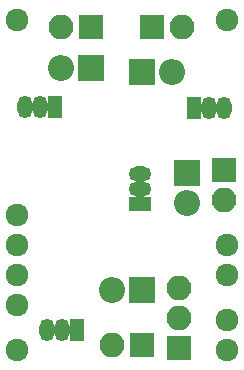
<source format=gbs>
G04 #@! TF.FileFunction,Soldermask,Bot*
%FSLAX46Y46*%
G04 Gerber Fmt 4.6, Leading zero omitted, Abs format (unit mm)*
G04 Created by KiCad (PCBNEW 4.0.6+dfsg1-1) date Mon Feb 26 15:47:50 2018*
%MOMM*%
%LPD*%
G01*
G04 APERTURE LIST*
%ADD10C,0.100000*%
%ADD11O,1.299160X1.901140*%
%ADD12R,1.299160X1.901140*%
%ADD13C,1.924000*%
%ADD14R,2.200000X2.200000*%
%ADD15O,2.200000X2.200000*%
%ADD16R,2.100000X2.100000*%
%ADD17O,2.100000X2.100000*%
%ADD18O,1.901140X1.299160*%
%ADD19R,1.901140X1.299160*%
G04 APERTURE END LIST*
D10*
D11*
X3246120Y21920200D03*
X1976120Y21920200D03*
D12*
X4516120Y21920200D03*
D13*
X19121120Y1346200D03*
X19121120Y3886200D03*
X19121120Y7696200D03*
X19121120Y10236200D03*
X1341120Y1346200D03*
X1341120Y29286200D03*
X19121120Y29286200D03*
X1341120Y5156200D03*
X1341120Y7696200D03*
X1341120Y10236200D03*
X1341120Y12776200D03*
D14*
X7564120Y25222200D03*
D15*
X5024120Y25222200D03*
D14*
X11882120Y24841200D03*
D15*
X14422120Y24841200D03*
D14*
X11882120Y6426200D03*
D15*
X9342120Y6426200D03*
D16*
X12771120Y28651200D03*
D17*
X15311120Y28651200D03*
D16*
X7564120Y28651200D03*
D17*
X5024120Y28651200D03*
D16*
X15057120Y1473200D03*
D17*
X15057120Y4013200D03*
X15057120Y6553200D03*
D16*
X11882120Y1727200D03*
D17*
X9342120Y1727200D03*
D11*
X17597120Y21793200D03*
X18867120Y21793200D03*
D12*
X16327120Y21793200D03*
D11*
X5151120Y2997200D03*
X3881120Y2997200D03*
D12*
X6421120Y2997200D03*
D14*
X15692120Y16332200D03*
D15*
X15692120Y13792200D03*
D16*
X18867120Y16586200D03*
D17*
X18867120Y14046200D03*
D18*
X11755120Y14935200D03*
X11755120Y16205200D03*
D19*
X11755120Y13665200D03*
M02*

</source>
